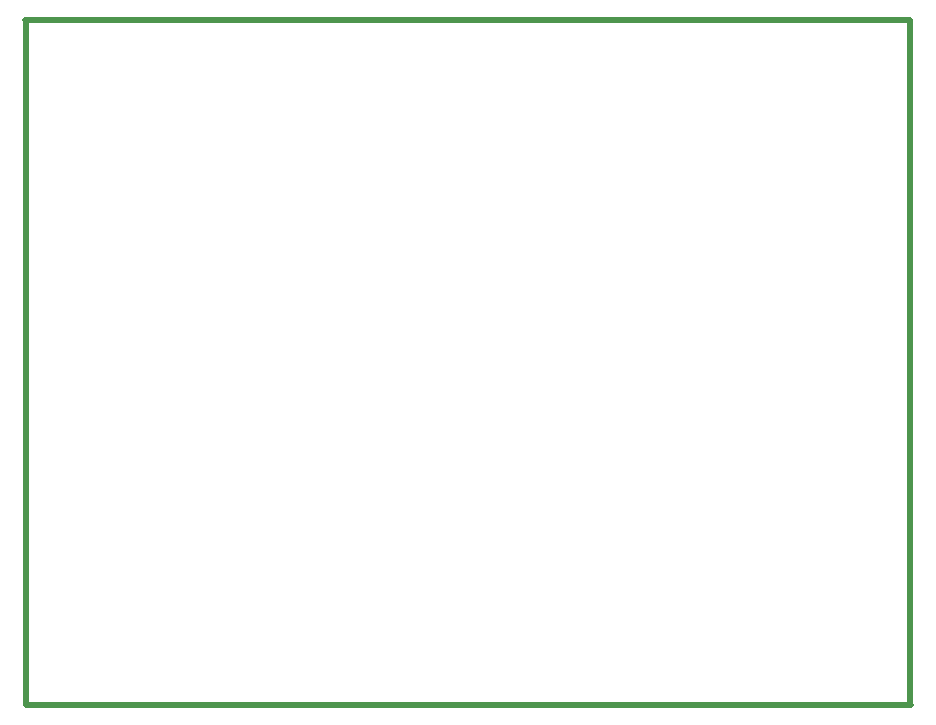
<source format=gko>
G04*
G04 #@! TF.GenerationSoftware,Altium Limited,Altium Designer,22.8.2 (66)*
G04*
G04 Layer_Color=16711935*
%FSLAX42Y42*%
%MOMM*%
G71*
G04*
G04 #@! TF.SameCoordinates,0533CB18-9495-43A3-8B9C-2A5BF5C5928D*
G04*
G04*
G04 #@! TF.FilePolarity,Positive*
G04*
G01*
G75*
%ADD58C,0.51*%
D58*
X2Y4D02*
Y5796D01*
X0Y5798D02*
X2Y5796D01*
X0Y5798D02*
X7492D01*
X7494Y5796D01*
Y6D02*
Y5796D01*
Y6D02*
X7496Y4D01*
X2D02*
X7496D01*
M02*

</source>
